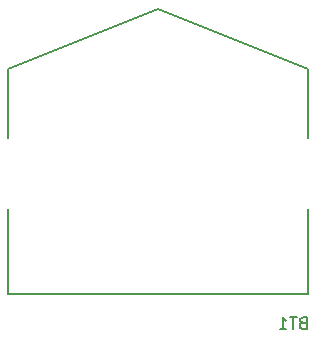
<source format=gbo>
G04 #@! TF.FileFunction,Legend,Bot*
%FSLAX46Y46*%
G04 Gerber Fmt 4.6, Leading zero omitted, Abs format (unit mm)*
G04 Created by KiCad (PCBNEW 4.0.4-stable) date 01/29/17 13:46:40*
%MOMM*%
%LPD*%
G01*
G04 APERTURE LIST*
%ADD10C,0.100000*%
%ADD11C,0.150000*%
%ADD12R,4.400000X4.400000*%
%ADD13R,5.900000X5.900000*%
G04 APERTURE END LIST*
D10*
D11*
X135890000Y-116840000D02*
X135890000Y-97790000D01*
X135890000Y-97790000D02*
X148590000Y-92710000D01*
X148590000Y-92710000D02*
X161290000Y-97790000D01*
X161290000Y-97790000D02*
X161290000Y-116840000D01*
X161290000Y-116840000D02*
X135890000Y-116840000D01*
X160805714Y-119308571D02*
X160662857Y-119356190D01*
X160615238Y-119403810D01*
X160567619Y-119499048D01*
X160567619Y-119641905D01*
X160615238Y-119737143D01*
X160662857Y-119784762D01*
X160758095Y-119832381D01*
X161139048Y-119832381D01*
X161139048Y-118832381D01*
X160805714Y-118832381D01*
X160710476Y-118880000D01*
X160662857Y-118927619D01*
X160615238Y-119022857D01*
X160615238Y-119118095D01*
X160662857Y-119213333D01*
X160710476Y-119260952D01*
X160805714Y-119308571D01*
X161139048Y-119308571D01*
X160281905Y-118832381D02*
X159710476Y-118832381D01*
X159996191Y-119832381D02*
X159996191Y-118832381D01*
X158853333Y-119832381D02*
X159424762Y-119832381D01*
X159139048Y-119832381D02*
X159139048Y-118832381D01*
X159234286Y-118975238D01*
X159329524Y-119070476D01*
X159424762Y-119118095D01*
%LPC*%
D12*
X148590000Y-106680000D03*
D13*
X135790000Y-106680000D03*
X161390000Y-106680000D03*
M02*

</source>
